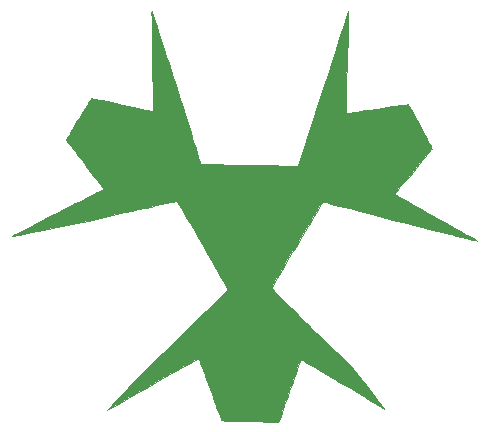
<source format=gbr>
G04 #@! TF.GenerationSoftware,KiCad,Pcbnew,5.1.2*
G04 #@! TF.CreationDate,2019-07-09T10:36:40-05:00*
G04 #@! TF.ProjectId,ZoraSapphire,5a6f7261-5361-4707-9068-6972652e6b69,rev?*
G04 #@! TF.SameCoordinates,Original*
G04 #@! TF.FileFunction,Copper,L1,Top*
G04 #@! TF.FilePolarity,Positive*
%FSLAX46Y46*%
G04 Gerber Fmt 4.6, Leading zero omitted, Abs format (unit mm)*
G04 Created by KiCad (PCBNEW 5.1.2) date 2019-07-09 10:36:40*
%MOMM*%
%LPD*%
G04 APERTURE LIST*
%ADD10C,0.010000*%
%ADD11C,0.600000*%
G04 APERTURE END LIST*
D10*
G36*
X143614430Y-79095901D02*
G01*
X143657924Y-79218820D01*
X143723561Y-79412006D01*
X143809659Y-79670227D01*
X143914535Y-79988252D01*
X144036503Y-80360848D01*
X144173882Y-80782782D01*
X144324986Y-81248824D01*
X144488133Y-81753740D01*
X144661639Y-82292300D01*
X144843820Y-82859269D01*
X145032993Y-83449418D01*
X145227474Y-84057512D01*
X145425579Y-84678321D01*
X145625624Y-85306612D01*
X145825927Y-85937153D01*
X146024804Y-86564711D01*
X146220570Y-87184056D01*
X146411543Y-87789954D01*
X146573552Y-88305495D01*
X146743384Y-88846527D01*
X146905982Y-89364079D01*
X147059564Y-89852507D01*
X147202350Y-90306165D01*
X147332559Y-90719410D01*
X147448409Y-91086598D01*
X147548120Y-91402083D01*
X147629911Y-91660222D01*
X147692000Y-91855371D01*
X147732606Y-91981885D01*
X147749949Y-92034119D01*
X147750439Y-92035202D01*
X147793392Y-92037155D01*
X147913815Y-92040443D01*
X148104527Y-92044932D01*
X148358345Y-92050489D01*
X148668085Y-92056980D01*
X149026565Y-92064272D01*
X149426603Y-92072232D01*
X149861014Y-92080725D01*
X150322617Y-92089619D01*
X150804229Y-92098779D01*
X151298667Y-92108072D01*
X151798748Y-92117365D01*
X152297289Y-92126524D01*
X152787108Y-92135415D01*
X153261021Y-92143905D01*
X153711847Y-92151860D01*
X154132401Y-92159147D01*
X154515502Y-92165633D01*
X154853967Y-92171183D01*
X155140612Y-92175664D01*
X155368255Y-92178943D01*
X155529713Y-92180886D01*
X155612572Y-92181382D01*
X156015644Y-92180333D01*
X158131405Y-85623003D01*
X158363854Y-84902931D01*
X158589333Y-84205146D01*
X158806468Y-83533864D01*
X159013886Y-82893303D01*
X159210214Y-82287680D01*
X159394080Y-81721213D01*
X159564111Y-81198117D01*
X159718933Y-80722612D01*
X159857174Y-80298914D01*
X159977461Y-79931241D01*
X160078421Y-79623809D01*
X160158681Y-79380836D01*
X160216869Y-79206540D01*
X160251610Y-79105138D01*
X160261648Y-79079346D01*
X160262321Y-79122643D01*
X160260367Y-79244917D01*
X160255947Y-79440526D01*
X160249224Y-79703826D01*
X160240359Y-80029174D01*
X160229516Y-80410928D01*
X160216856Y-80843444D01*
X160202542Y-81321078D01*
X160186735Y-81838189D01*
X160169597Y-82389132D01*
X160151292Y-82968265D01*
X160137705Y-83392538D01*
X160118784Y-83988550D01*
X160101147Y-84560596D01*
X160084939Y-85103011D01*
X160070307Y-85610129D01*
X160057396Y-86076283D01*
X160046353Y-86495807D01*
X160037324Y-86863036D01*
X160030454Y-87172302D01*
X160025889Y-87417940D01*
X160023776Y-87594284D01*
X160024260Y-87695667D01*
X160026240Y-87719018D01*
X160071759Y-87717692D01*
X160193768Y-87704639D01*
X160385052Y-87680850D01*
X160638396Y-87647317D01*
X160946583Y-87605033D01*
X161302399Y-87554988D01*
X161698628Y-87498177D01*
X162128055Y-87435589D01*
X162583464Y-87368217D01*
X162647851Y-87358614D01*
X163107611Y-87290144D01*
X163543370Y-87225576D01*
X163947774Y-87165978D01*
X164313471Y-87112419D01*
X164633107Y-87065966D01*
X164899328Y-87027688D01*
X165104782Y-86998652D01*
X165242114Y-86979927D01*
X165303972Y-86972580D01*
X165306000Y-86972515D01*
X165335806Y-87008871D01*
X165399931Y-87111708D01*
X165493722Y-87272339D01*
X165612528Y-87482081D01*
X165751697Y-87732248D01*
X165906577Y-88014156D01*
X166072516Y-88319118D01*
X166244864Y-88638451D01*
X166418967Y-88963469D01*
X166590175Y-89285487D01*
X166753835Y-89595820D01*
X166905297Y-89885784D01*
X167039907Y-90146693D01*
X167153016Y-90369862D01*
X167239970Y-90546606D01*
X167296118Y-90668241D01*
X167316808Y-90726081D01*
X167316833Y-90726846D01*
X167290151Y-90768389D01*
X167213318Y-90868479D01*
X167091152Y-91021265D01*
X166928473Y-91220898D01*
X166730099Y-91461529D01*
X166500850Y-91737309D01*
X166245545Y-92042389D01*
X165969003Y-92370919D01*
X165714271Y-92671989D01*
X165355657Y-93095803D01*
X165050011Y-93459197D01*
X164794629Y-93765540D01*
X164586810Y-94018200D01*
X164423848Y-94220548D01*
X164303041Y-94375952D01*
X164221685Y-94487780D01*
X164177078Y-94559404D01*
X164166514Y-94594190D01*
X164169105Y-94597677D01*
X164213632Y-94623128D01*
X164326855Y-94686934D01*
X164503544Y-94786167D01*
X164738474Y-94917901D01*
X165026416Y-95079211D01*
X165362144Y-95267169D01*
X165740432Y-95478851D01*
X166156050Y-95711328D01*
X166603773Y-95961676D01*
X167078374Y-96226968D01*
X167574624Y-96504278D01*
X167687707Y-96567458D01*
X168186308Y-96846262D01*
X168663083Y-97113334D01*
X169112944Y-97365796D01*
X169530803Y-97600770D01*
X169911572Y-97815381D01*
X170250162Y-98006751D01*
X170541485Y-98172003D01*
X170780454Y-98308261D01*
X170961979Y-98412646D01*
X171080973Y-98482283D01*
X171132347Y-98514295D01*
X171134037Y-98516073D01*
X171087424Y-98512165D01*
X170964374Y-98488218D01*
X170770367Y-98445608D01*
X170510879Y-98385710D01*
X170191389Y-98309899D01*
X169817374Y-98219550D01*
X169394313Y-98116040D01*
X168927684Y-98000743D01*
X168422963Y-97875035D01*
X167885630Y-97740291D01*
X167321162Y-97597887D01*
X166735037Y-97449197D01*
X166132732Y-97295598D01*
X165519727Y-97138464D01*
X164901498Y-96979171D01*
X164283523Y-96819094D01*
X163671281Y-96659609D01*
X163070249Y-96502091D01*
X162485906Y-96347916D01*
X162261771Y-96288473D01*
X161556279Y-96101337D01*
X160928638Y-95935433D01*
X160374996Y-95789797D01*
X159891500Y-95663465D01*
X159474298Y-95555473D01*
X159119535Y-95464856D01*
X158823358Y-95390649D01*
X158581916Y-95331889D01*
X158391354Y-95287611D01*
X158247819Y-95256850D01*
X158147459Y-95238643D01*
X158086421Y-95232024D01*
X158060851Y-95236030D01*
X158060171Y-95236857D01*
X158011773Y-95314646D01*
X157925921Y-95455882D01*
X157806160Y-95654594D01*
X157656033Y-95904810D01*
X157479084Y-96200559D01*
X157278855Y-96535869D01*
X157058890Y-96904769D01*
X156822734Y-97301288D01*
X156573928Y-97719453D01*
X156316017Y-98153294D01*
X156052544Y-98596839D01*
X155787053Y-99044116D01*
X155523086Y-99489155D01*
X155264188Y-99925983D01*
X155013901Y-100348629D01*
X154775770Y-100751123D01*
X154553337Y-101127491D01*
X154350146Y-101471764D01*
X154169741Y-101777969D01*
X154015665Y-102040134D01*
X153891461Y-102252290D01*
X153800673Y-102408463D01*
X153746844Y-102502683D01*
X153732771Y-102529460D01*
X153761830Y-102565206D01*
X153847760Y-102656075D01*
X153986678Y-102798218D01*
X154174702Y-102987787D01*
X154407951Y-103220935D01*
X154682540Y-103493812D01*
X154994589Y-103802572D01*
X155340214Y-104143365D01*
X155715534Y-104512345D01*
X156116666Y-104905662D01*
X156539727Y-105319469D01*
X156980836Y-105749919D01*
X157047849Y-105815226D01*
X160367865Y-109050167D01*
X161806099Y-110849333D01*
X162078137Y-111189704D01*
X162335055Y-111511280D01*
X162571843Y-111807783D01*
X162783494Y-112072935D01*
X162964997Y-112300457D01*
X163111344Y-112484072D01*
X163217525Y-112617502D01*
X163278533Y-112694469D01*
X163290916Y-112710325D01*
X163300672Y-112723015D01*
X163307315Y-112733074D01*
X163306787Y-112738130D01*
X163295029Y-112735815D01*
X163267982Y-112723760D01*
X163221585Y-112699593D01*
X163151782Y-112660947D01*
X163054511Y-112605450D01*
X162925714Y-112530734D01*
X162761332Y-112434429D01*
X162557306Y-112314165D01*
X162309576Y-112167573D01*
X162014083Y-111992283D01*
X161666769Y-111785925D01*
X161263574Y-111546129D01*
X160800438Y-111270527D01*
X160273303Y-110956748D01*
X159678110Y-110602423D01*
X159577143Y-110542317D01*
X159091012Y-110253245D01*
X158625754Y-109977216D01*
X158186486Y-109717231D01*
X157778324Y-109476289D01*
X157406386Y-109257389D01*
X157075787Y-109063531D01*
X156791644Y-108897714D01*
X156559074Y-108762938D01*
X156383193Y-108662202D01*
X156269119Y-108598505D01*
X156221966Y-108574848D01*
X156221028Y-108574860D01*
X156204807Y-108615966D01*
X156163159Y-108728811D01*
X156098959Y-108905339D01*
X156015082Y-109137491D01*
X155914401Y-109417211D01*
X155799792Y-109736441D01*
X155674128Y-110087124D01*
X155540284Y-110461203D01*
X155401134Y-110850620D01*
X155259552Y-111247319D01*
X155118413Y-111643241D01*
X154980591Y-112030329D01*
X154848961Y-112400527D01*
X154726396Y-112745777D01*
X154615772Y-113058021D01*
X154519962Y-113329203D01*
X154441840Y-113551264D01*
X154384282Y-113716148D01*
X154350161Y-113815798D01*
X154341667Y-113843063D01*
X154329948Y-113846395D01*
X154291191Y-113848708D01*
X154219991Y-113849931D01*
X154110947Y-113849989D01*
X153958654Y-113848811D01*
X153757709Y-113846323D01*
X153502709Y-113842453D01*
X153188252Y-113837129D01*
X152808933Y-113830277D01*
X152359349Y-113821825D01*
X151834099Y-113811700D01*
X151442122Y-113804042D01*
X151048516Y-113795687D01*
X150681173Y-113786668D01*
X150348703Y-113777286D01*
X150059716Y-113767839D01*
X149822824Y-113758627D01*
X149646636Y-113749951D01*
X149539762Y-113742109D01*
X149510048Y-113736755D01*
X149491185Y-113692801D01*
X149445918Y-113575980D01*
X149376736Y-113393005D01*
X149286130Y-113150595D01*
X149176589Y-112855463D01*
X149050604Y-112514325D01*
X148910664Y-112133898D01*
X148759261Y-111720897D01*
X148598883Y-111282037D01*
X148541431Y-111124500D01*
X148378425Y-110677676D01*
X148223563Y-110253920D01*
X148079338Y-109860004D01*
X147948242Y-109502702D01*
X147832768Y-109188787D01*
X147735409Y-108925031D01*
X147658657Y-108718208D01*
X147605006Y-108575091D01*
X147576948Y-108502453D01*
X147573672Y-108494998D01*
X147532978Y-108508075D01*
X147421541Y-108562618D01*
X147241687Y-108657329D01*
X146995745Y-108790907D01*
X146686043Y-108962052D01*
X146314907Y-109169463D01*
X145884665Y-109411840D01*
X145397646Y-109687884D01*
X144856176Y-109996293D01*
X144262583Y-110335768D01*
X143681699Y-110669086D01*
X143155565Y-110971212D01*
X142650297Y-111260941D01*
X142170702Y-111535539D01*
X141721586Y-111792273D01*
X141307756Y-112028409D01*
X140934019Y-112241212D01*
X140605183Y-112427950D01*
X140326053Y-112585888D01*
X140101437Y-112712292D01*
X139936142Y-112804429D01*
X139834973Y-112859564D01*
X139802664Y-112875255D01*
X139828855Y-112842976D01*
X139908983Y-112754853D01*
X140038216Y-112615988D01*
X140211719Y-112431484D01*
X140424660Y-112206443D01*
X140672207Y-111945968D01*
X140949526Y-111655163D01*
X141251785Y-111339129D01*
X141574151Y-111002969D01*
X141699631Y-110872351D01*
X142135685Y-110420919D01*
X142578344Y-109967342D01*
X143034080Y-109505204D01*
X143509365Y-109028084D01*
X144010670Y-108529566D01*
X144544466Y-108003230D01*
X145117226Y-107442658D01*
X145735420Y-106841432D01*
X146405520Y-106193133D01*
X146837064Y-105777081D01*
X147352294Y-105280786D01*
X147809763Y-104839744D01*
X148212809Y-104450598D01*
X148564771Y-104109988D01*
X148868986Y-103814557D01*
X149128793Y-103560947D01*
X149347530Y-103345798D01*
X149528536Y-103165754D01*
X149675147Y-103017454D01*
X149790704Y-102897542D01*
X149878542Y-102802659D01*
X149942002Y-102729446D01*
X149984421Y-102674545D01*
X150009137Y-102634598D01*
X150019489Y-102606246D01*
X150018814Y-102586132D01*
X150015903Y-102579063D01*
X149978774Y-102512150D01*
X149904075Y-102380206D01*
X149795261Y-102189232D01*
X149655789Y-101945232D01*
X149489116Y-101654207D01*
X149298699Y-101322159D01*
X149087993Y-100955092D01*
X148860456Y-100559006D01*
X148619543Y-100139906D01*
X148368712Y-99703793D01*
X148111418Y-99256669D01*
X147851119Y-98804537D01*
X147591271Y-98353398D01*
X147335329Y-97909257D01*
X147086752Y-97478114D01*
X146848995Y-97065972D01*
X146625514Y-96678833D01*
X146419767Y-96322700D01*
X146235209Y-96003575D01*
X146075298Y-95727461D01*
X145943490Y-95500360D01*
X145843241Y-95328273D01*
X145778007Y-95217204D01*
X145751246Y-95173155D01*
X145750914Y-95172747D01*
X145705912Y-95177272D01*
X145583809Y-95199558D01*
X145390023Y-95238424D01*
X145129971Y-95292691D01*
X144809073Y-95361178D01*
X144432747Y-95442704D01*
X144006412Y-95536090D01*
X143535486Y-95640153D01*
X143025388Y-95753715D01*
X142481537Y-95875593D01*
X141909350Y-96004609D01*
X141340547Y-96133600D01*
X140257831Y-96378388D01*
X139215707Y-96611147D01*
X138220375Y-96830536D01*
X137278034Y-97035217D01*
X136394883Y-97223851D01*
X135577122Y-97395098D01*
X134830950Y-97547619D01*
X134365189Y-97640430D01*
X133908682Y-97730076D01*
X133477346Y-97814350D01*
X133078252Y-97891899D01*
X132718468Y-97961370D01*
X132405066Y-98021411D01*
X132145116Y-98070666D01*
X131945689Y-98107784D01*
X131813853Y-98131410D01*
X131756681Y-98140192D01*
X131754849Y-98140078D01*
X131790130Y-98119670D01*
X131895940Y-98063483D01*
X132067312Y-97974064D01*
X132299282Y-97853964D01*
X132586883Y-97705732D01*
X132925150Y-97531916D01*
X133309117Y-97335066D01*
X133733820Y-97117730D01*
X134194291Y-96882459D01*
X134685566Y-96631800D01*
X135202679Y-96368304D01*
X135621472Y-96155147D01*
X136155985Y-95882922D01*
X136668934Y-95621093D01*
X137155308Y-95372248D01*
X137610099Y-95138976D01*
X138028298Y-94923867D01*
X138404897Y-94729508D01*
X138734885Y-94558490D01*
X139013255Y-94413400D01*
X139234997Y-94296828D01*
X139395103Y-94211363D01*
X139488563Y-94159593D01*
X139511963Y-94144314D01*
X139488950Y-94104963D01*
X139418418Y-94004637D01*
X139304795Y-93849220D01*
X139152507Y-93644596D01*
X138965981Y-93396648D01*
X138749645Y-93111260D01*
X138507926Y-92794316D01*
X138245250Y-92451699D01*
X137966044Y-92089295D01*
X137954618Y-92074500D01*
X137674005Y-91710853D01*
X137408816Y-91366523D01*
X137163585Y-91047441D01*
X136942848Y-90759541D01*
X136751138Y-90508753D01*
X136592990Y-90301010D01*
X136472939Y-90142244D01*
X136395518Y-90038388D01*
X136365263Y-89995373D01*
X136365134Y-89995091D01*
X136382307Y-89950243D01*
X136439080Y-89842155D01*
X136530242Y-89679424D01*
X136650584Y-89470644D01*
X136794894Y-89224413D01*
X136957963Y-88949327D01*
X137134580Y-88653981D01*
X137319534Y-88346973D01*
X137507615Y-88036899D01*
X137693614Y-87732354D01*
X137872318Y-87441935D01*
X138038519Y-87174238D01*
X138187005Y-86937859D01*
X138312567Y-86741396D01*
X138409993Y-86593443D01*
X138474074Y-86502597D01*
X138497602Y-86476893D01*
X138547730Y-86481935D01*
X138673304Y-86503743D01*
X138867093Y-86540832D01*
X139121867Y-86591722D01*
X139430395Y-86654927D01*
X139785446Y-86728964D01*
X140179790Y-86812352D01*
X140606195Y-86903605D01*
X141057432Y-87001242D01*
X141116973Y-87014202D01*
X141569792Y-87112389D01*
X141997847Y-87204331D01*
X142394023Y-87288560D01*
X142751206Y-87363603D01*
X143062281Y-87427990D01*
X143320134Y-87480251D01*
X143517650Y-87518915D01*
X143647714Y-87542510D01*
X143703212Y-87549566D01*
X143704631Y-87549147D01*
X143707135Y-87504428D01*
X143708013Y-87380754D01*
X143707339Y-87183819D01*
X143705188Y-86919318D01*
X143701637Y-86592945D01*
X143696760Y-86210395D01*
X143690633Y-85777361D01*
X143683332Y-85299539D01*
X143674930Y-84782622D01*
X143665505Y-84232305D01*
X143655132Y-83654283D01*
X143648024Y-83272180D01*
X143637130Y-82680733D01*
X143627195Y-82114257D01*
X143618291Y-81578353D01*
X143610487Y-81078621D01*
X143603856Y-80620661D01*
X143598467Y-80210072D01*
X143594390Y-79852456D01*
X143591698Y-79553411D01*
X143590459Y-79318538D01*
X143590746Y-79153438D01*
X143592627Y-79063709D01*
X143594765Y-79048483D01*
X143614430Y-79095901D01*
X143614430Y-79095901D01*
G37*
X143614430Y-79095901D02*
X143657924Y-79218820D01*
X143723561Y-79412006D01*
X143809659Y-79670227D01*
X143914535Y-79988252D01*
X144036503Y-80360848D01*
X144173882Y-80782782D01*
X144324986Y-81248824D01*
X144488133Y-81753740D01*
X144661639Y-82292300D01*
X144843820Y-82859269D01*
X145032993Y-83449418D01*
X145227474Y-84057512D01*
X145425579Y-84678321D01*
X145625624Y-85306612D01*
X145825927Y-85937153D01*
X146024804Y-86564711D01*
X146220570Y-87184056D01*
X146411543Y-87789954D01*
X146573552Y-88305495D01*
X146743384Y-88846527D01*
X146905982Y-89364079D01*
X147059564Y-89852507D01*
X147202350Y-90306165D01*
X147332559Y-90719410D01*
X147448409Y-91086598D01*
X147548120Y-91402083D01*
X147629911Y-91660222D01*
X147692000Y-91855371D01*
X147732606Y-91981885D01*
X147749949Y-92034119D01*
X147750439Y-92035202D01*
X147793392Y-92037155D01*
X147913815Y-92040443D01*
X148104527Y-92044932D01*
X148358345Y-92050489D01*
X148668085Y-92056980D01*
X149026565Y-92064272D01*
X149426603Y-92072232D01*
X149861014Y-92080725D01*
X150322617Y-92089619D01*
X150804229Y-92098779D01*
X151298667Y-92108072D01*
X151798748Y-92117365D01*
X152297289Y-92126524D01*
X152787108Y-92135415D01*
X153261021Y-92143905D01*
X153711847Y-92151860D01*
X154132401Y-92159147D01*
X154515502Y-92165633D01*
X154853967Y-92171183D01*
X155140612Y-92175664D01*
X155368255Y-92178943D01*
X155529713Y-92180886D01*
X155612572Y-92181382D01*
X156015644Y-92180333D01*
X158131405Y-85623003D01*
X158363854Y-84902931D01*
X158589333Y-84205146D01*
X158806468Y-83533864D01*
X159013886Y-82893303D01*
X159210214Y-82287680D01*
X159394080Y-81721213D01*
X159564111Y-81198117D01*
X159718933Y-80722612D01*
X159857174Y-80298914D01*
X159977461Y-79931241D01*
X160078421Y-79623809D01*
X160158681Y-79380836D01*
X160216869Y-79206540D01*
X160251610Y-79105138D01*
X160261648Y-79079346D01*
X160262321Y-79122643D01*
X160260367Y-79244917D01*
X160255947Y-79440526D01*
X160249224Y-79703826D01*
X160240359Y-80029174D01*
X160229516Y-80410928D01*
X160216856Y-80843444D01*
X160202542Y-81321078D01*
X160186735Y-81838189D01*
X160169597Y-82389132D01*
X160151292Y-82968265D01*
X160137705Y-83392538D01*
X160118784Y-83988550D01*
X160101147Y-84560596D01*
X160084939Y-85103011D01*
X160070307Y-85610129D01*
X160057396Y-86076283D01*
X160046353Y-86495807D01*
X160037324Y-86863036D01*
X160030454Y-87172302D01*
X160025889Y-87417940D01*
X160023776Y-87594284D01*
X160024260Y-87695667D01*
X160026240Y-87719018D01*
X160071759Y-87717692D01*
X160193768Y-87704639D01*
X160385052Y-87680850D01*
X160638396Y-87647317D01*
X160946583Y-87605033D01*
X161302399Y-87554988D01*
X161698628Y-87498177D01*
X162128055Y-87435589D01*
X162583464Y-87368217D01*
X162647851Y-87358614D01*
X163107611Y-87290144D01*
X163543370Y-87225576D01*
X163947774Y-87165978D01*
X164313471Y-87112419D01*
X164633107Y-87065966D01*
X164899328Y-87027688D01*
X165104782Y-86998652D01*
X165242114Y-86979927D01*
X165303972Y-86972580D01*
X165306000Y-86972515D01*
X165335806Y-87008871D01*
X165399931Y-87111708D01*
X165493722Y-87272339D01*
X165612528Y-87482081D01*
X165751697Y-87732248D01*
X165906577Y-88014156D01*
X166072516Y-88319118D01*
X166244864Y-88638451D01*
X166418967Y-88963469D01*
X166590175Y-89285487D01*
X166753835Y-89595820D01*
X166905297Y-89885784D01*
X167039907Y-90146693D01*
X167153016Y-90369862D01*
X167239970Y-90546606D01*
X167296118Y-90668241D01*
X167316808Y-90726081D01*
X167316833Y-90726846D01*
X167290151Y-90768389D01*
X167213318Y-90868479D01*
X167091152Y-91021265D01*
X166928473Y-91220898D01*
X166730099Y-91461529D01*
X166500850Y-91737309D01*
X166245545Y-92042389D01*
X165969003Y-92370919D01*
X165714271Y-92671989D01*
X165355657Y-93095803D01*
X165050011Y-93459197D01*
X164794629Y-93765540D01*
X164586810Y-94018200D01*
X164423848Y-94220548D01*
X164303041Y-94375952D01*
X164221685Y-94487780D01*
X164177078Y-94559404D01*
X164166514Y-94594190D01*
X164169105Y-94597677D01*
X164213632Y-94623128D01*
X164326855Y-94686934D01*
X164503544Y-94786167D01*
X164738474Y-94917901D01*
X165026416Y-95079211D01*
X165362144Y-95267169D01*
X165740432Y-95478851D01*
X166156050Y-95711328D01*
X166603773Y-95961676D01*
X167078374Y-96226968D01*
X167574624Y-96504278D01*
X167687707Y-96567458D01*
X168186308Y-96846262D01*
X168663083Y-97113334D01*
X169112944Y-97365796D01*
X169530803Y-97600770D01*
X169911572Y-97815381D01*
X170250162Y-98006751D01*
X170541485Y-98172003D01*
X170780454Y-98308261D01*
X170961979Y-98412646D01*
X171080973Y-98482283D01*
X171132347Y-98514295D01*
X171134037Y-98516073D01*
X171087424Y-98512165D01*
X170964374Y-98488218D01*
X170770367Y-98445608D01*
X170510879Y-98385710D01*
X170191389Y-98309899D01*
X169817374Y-98219550D01*
X169394313Y-98116040D01*
X168927684Y-98000743D01*
X168422963Y-97875035D01*
X167885630Y-97740291D01*
X167321162Y-97597887D01*
X166735037Y-97449197D01*
X166132732Y-97295598D01*
X165519727Y-97138464D01*
X164901498Y-96979171D01*
X164283523Y-96819094D01*
X163671281Y-96659609D01*
X163070249Y-96502091D01*
X162485906Y-96347916D01*
X162261771Y-96288473D01*
X161556279Y-96101337D01*
X160928638Y-95935433D01*
X160374996Y-95789797D01*
X159891500Y-95663465D01*
X159474298Y-95555473D01*
X159119535Y-95464856D01*
X158823358Y-95390649D01*
X158581916Y-95331889D01*
X158391354Y-95287611D01*
X158247819Y-95256850D01*
X158147459Y-95238643D01*
X158086421Y-95232024D01*
X158060851Y-95236030D01*
X158060171Y-95236857D01*
X158011773Y-95314646D01*
X157925921Y-95455882D01*
X157806160Y-95654594D01*
X157656033Y-95904810D01*
X157479084Y-96200559D01*
X157278855Y-96535869D01*
X157058890Y-96904769D01*
X156822734Y-97301288D01*
X156573928Y-97719453D01*
X156316017Y-98153294D01*
X156052544Y-98596839D01*
X155787053Y-99044116D01*
X155523086Y-99489155D01*
X155264188Y-99925983D01*
X155013901Y-100348629D01*
X154775770Y-100751123D01*
X154553337Y-101127491D01*
X154350146Y-101471764D01*
X154169741Y-101777969D01*
X154015665Y-102040134D01*
X153891461Y-102252290D01*
X153800673Y-102408463D01*
X153746844Y-102502683D01*
X153732771Y-102529460D01*
X153761830Y-102565206D01*
X153847760Y-102656075D01*
X153986678Y-102798218D01*
X154174702Y-102987787D01*
X154407951Y-103220935D01*
X154682540Y-103493812D01*
X154994589Y-103802572D01*
X155340214Y-104143365D01*
X155715534Y-104512345D01*
X156116666Y-104905662D01*
X156539727Y-105319469D01*
X156980836Y-105749919D01*
X157047849Y-105815226D01*
X160367865Y-109050167D01*
X161806099Y-110849333D01*
X162078137Y-111189704D01*
X162335055Y-111511280D01*
X162571843Y-111807783D01*
X162783494Y-112072935D01*
X162964997Y-112300457D01*
X163111344Y-112484072D01*
X163217525Y-112617502D01*
X163278533Y-112694469D01*
X163290916Y-112710325D01*
X163300672Y-112723015D01*
X163307315Y-112733074D01*
X163306787Y-112738130D01*
X163295029Y-112735815D01*
X163267982Y-112723760D01*
X163221585Y-112699593D01*
X163151782Y-112660947D01*
X163054511Y-112605450D01*
X162925714Y-112530734D01*
X162761332Y-112434429D01*
X162557306Y-112314165D01*
X162309576Y-112167573D01*
X162014083Y-111992283D01*
X161666769Y-111785925D01*
X161263574Y-111546129D01*
X160800438Y-111270527D01*
X160273303Y-110956748D01*
X159678110Y-110602423D01*
X159577143Y-110542317D01*
X159091012Y-110253245D01*
X158625754Y-109977216D01*
X158186486Y-109717231D01*
X157778324Y-109476289D01*
X157406386Y-109257389D01*
X157075787Y-109063531D01*
X156791644Y-108897714D01*
X156559074Y-108762938D01*
X156383193Y-108662202D01*
X156269119Y-108598505D01*
X156221966Y-108574848D01*
X156221028Y-108574860D01*
X156204807Y-108615966D01*
X156163159Y-108728811D01*
X156098959Y-108905339D01*
X156015082Y-109137491D01*
X155914401Y-109417211D01*
X155799792Y-109736441D01*
X155674128Y-110087124D01*
X155540284Y-110461203D01*
X155401134Y-110850620D01*
X155259552Y-111247319D01*
X155118413Y-111643241D01*
X154980591Y-112030329D01*
X154848961Y-112400527D01*
X154726396Y-112745777D01*
X154615772Y-113058021D01*
X154519962Y-113329203D01*
X154441840Y-113551264D01*
X154384282Y-113716148D01*
X154350161Y-113815798D01*
X154341667Y-113843063D01*
X154329948Y-113846395D01*
X154291191Y-113848708D01*
X154219991Y-113849931D01*
X154110947Y-113849989D01*
X153958654Y-113848811D01*
X153757709Y-113846323D01*
X153502709Y-113842453D01*
X153188252Y-113837129D01*
X152808933Y-113830277D01*
X152359349Y-113821825D01*
X151834099Y-113811700D01*
X151442122Y-113804042D01*
X151048516Y-113795687D01*
X150681173Y-113786668D01*
X150348703Y-113777286D01*
X150059716Y-113767839D01*
X149822824Y-113758627D01*
X149646636Y-113749951D01*
X149539762Y-113742109D01*
X149510048Y-113736755D01*
X149491185Y-113692801D01*
X149445918Y-113575980D01*
X149376736Y-113393005D01*
X149286130Y-113150595D01*
X149176589Y-112855463D01*
X149050604Y-112514325D01*
X148910664Y-112133898D01*
X148759261Y-111720897D01*
X148598883Y-111282037D01*
X148541431Y-111124500D01*
X148378425Y-110677676D01*
X148223563Y-110253920D01*
X148079338Y-109860004D01*
X147948242Y-109502702D01*
X147832768Y-109188787D01*
X147735409Y-108925031D01*
X147658657Y-108718208D01*
X147605006Y-108575091D01*
X147576948Y-108502453D01*
X147573672Y-108494998D01*
X147532978Y-108508075D01*
X147421541Y-108562618D01*
X147241687Y-108657329D01*
X146995745Y-108790907D01*
X146686043Y-108962052D01*
X146314907Y-109169463D01*
X145884665Y-109411840D01*
X145397646Y-109687884D01*
X144856176Y-109996293D01*
X144262583Y-110335768D01*
X143681699Y-110669086D01*
X143155565Y-110971212D01*
X142650297Y-111260941D01*
X142170702Y-111535539D01*
X141721586Y-111792273D01*
X141307756Y-112028409D01*
X140934019Y-112241212D01*
X140605183Y-112427950D01*
X140326053Y-112585888D01*
X140101437Y-112712292D01*
X139936142Y-112804429D01*
X139834973Y-112859564D01*
X139802664Y-112875255D01*
X139828855Y-112842976D01*
X139908983Y-112754853D01*
X140038216Y-112615988D01*
X140211719Y-112431484D01*
X140424660Y-112206443D01*
X140672207Y-111945968D01*
X140949526Y-111655163D01*
X141251785Y-111339129D01*
X141574151Y-111002969D01*
X141699631Y-110872351D01*
X142135685Y-110420919D01*
X142578344Y-109967342D01*
X143034080Y-109505204D01*
X143509365Y-109028084D01*
X144010670Y-108529566D01*
X144544466Y-108003230D01*
X145117226Y-107442658D01*
X145735420Y-106841432D01*
X146405520Y-106193133D01*
X146837064Y-105777081D01*
X147352294Y-105280786D01*
X147809763Y-104839744D01*
X148212809Y-104450598D01*
X148564771Y-104109988D01*
X148868986Y-103814557D01*
X149128793Y-103560947D01*
X149347530Y-103345798D01*
X149528536Y-103165754D01*
X149675147Y-103017454D01*
X149790704Y-102897542D01*
X149878542Y-102802659D01*
X149942002Y-102729446D01*
X149984421Y-102674545D01*
X150009137Y-102634598D01*
X150019489Y-102606246D01*
X150018814Y-102586132D01*
X150015903Y-102579063D01*
X149978774Y-102512150D01*
X149904075Y-102380206D01*
X149795261Y-102189232D01*
X149655789Y-101945232D01*
X149489116Y-101654207D01*
X149298699Y-101322159D01*
X149087993Y-100955092D01*
X148860456Y-100559006D01*
X148619543Y-100139906D01*
X148368712Y-99703793D01*
X148111418Y-99256669D01*
X147851119Y-98804537D01*
X147591271Y-98353398D01*
X147335329Y-97909257D01*
X147086752Y-97478114D01*
X146848995Y-97065972D01*
X146625514Y-96678833D01*
X146419767Y-96322700D01*
X146235209Y-96003575D01*
X146075298Y-95727461D01*
X145943490Y-95500360D01*
X145843241Y-95328273D01*
X145778007Y-95217204D01*
X145751246Y-95173155D01*
X145750914Y-95172747D01*
X145705912Y-95177272D01*
X145583809Y-95199558D01*
X145390023Y-95238424D01*
X145129971Y-95292691D01*
X144809073Y-95361178D01*
X144432747Y-95442704D01*
X144006412Y-95536090D01*
X143535486Y-95640153D01*
X143025388Y-95753715D01*
X142481537Y-95875593D01*
X141909350Y-96004609D01*
X141340547Y-96133600D01*
X140257831Y-96378388D01*
X139215707Y-96611147D01*
X138220375Y-96830536D01*
X137278034Y-97035217D01*
X136394883Y-97223851D01*
X135577122Y-97395098D01*
X134830950Y-97547619D01*
X134365189Y-97640430D01*
X133908682Y-97730076D01*
X133477346Y-97814350D01*
X133078252Y-97891899D01*
X132718468Y-97961370D01*
X132405066Y-98021411D01*
X132145116Y-98070666D01*
X131945689Y-98107784D01*
X131813853Y-98131410D01*
X131756681Y-98140192D01*
X131754849Y-98140078D01*
X131790130Y-98119670D01*
X131895940Y-98063483D01*
X132067312Y-97974064D01*
X132299282Y-97853964D01*
X132586883Y-97705732D01*
X132925150Y-97531916D01*
X133309117Y-97335066D01*
X133733820Y-97117730D01*
X134194291Y-96882459D01*
X134685566Y-96631800D01*
X135202679Y-96368304D01*
X135621472Y-96155147D01*
X136155985Y-95882922D01*
X136668934Y-95621093D01*
X137155308Y-95372248D01*
X137610099Y-95138976D01*
X138028298Y-94923867D01*
X138404897Y-94729508D01*
X138734885Y-94558490D01*
X139013255Y-94413400D01*
X139234997Y-94296828D01*
X139395103Y-94211363D01*
X139488563Y-94159593D01*
X139511963Y-94144314D01*
X139488950Y-94104963D01*
X139418418Y-94004637D01*
X139304795Y-93849220D01*
X139152507Y-93644596D01*
X138965981Y-93396648D01*
X138749645Y-93111260D01*
X138507926Y-92794316D01*
X138245250Y-92451699D01*
X137966044Y-92089295D01*
X137954618Y-92074500D01*
X137674005Y-91710853D01*
X137408816Y-91366523D01*
X137163585Y-91047441D01*
X136942848Y-90759541D01*
X136751138Y-90508753D01*
X136592990Y-90301010D01*
X136472939Y-90142244D01*
X136395518Y-90038388D01*
X136365263Y-89995373D01*
X136365134Y-89995091D01*
X136382307Y-89950243D01*
X136439080Y-89842155D01*
X136530242Y-89679424D01*
X136650584Y-89470644D01*
X136794894Y-89224413D01*
X136957963Y-88949327D01*
X137134580Y-88653981D01*
X137319534Y-88346973D01*
X137507615Y-88036899D01*
X137693614Y-87732354D01*
X137872318Y-87441935D01*
X138038519Y-87174238D01*
X138187005Y-86937859D01*
X138312567Y-86741396D01*
X138409993Y-86593443D01*
X138474074Y-86502597D01*
X138497602Y-86476893D01*
X138547730Y-86481935D01*
X138673304Y-86503743D01*
X138867093Y-86540832D01*
X139121867Y-86591722D01*
X139430395Y-86654927D01*
X139785446Y-86728964D01*
X140179790Y-86812352D01*
X140606195Y-86903605D01*
X141057432Y-87001242D01*
X141116973Y-87014202D01*
X141569792Y-87112389D01*
X141997847Y-87204331D01*
X142394023Y-87288560D01*
X142751206Y-87363603D01*
X143062281Y-87427990D01*
X143320134Y-87480251D01*
X143517650Y-87518915D01*
X143647714Y-87542510D01*
X143703212Y-87549566D01*
X143704631Y-87549147D01*
X143707135Y-87504428D01*
X143708013Y-87380754D01*
X143707339Y-87183819D01*
X143705188Y-86919318D01*
X143701637Y-86592945D01*
X143696760Y-86210395D01*
X143690633Y-85777361D01*
X143683332Y-85299539D01*
X143674930Y-84782622D01*
X143665505Y-84232305D01*
X143655132Y-83654283D01*
X143648024Y-83272180D01*
X143637130Y-82680733D01*
X143627195Y-82114257D01*
X143618291Y-81578353D01*
X143610487Y-81078621D01*
X143603856Y-80620661D01*
X143598467Y-80210072D01*
X143594390Y-79852456D01*
X143591698Y-79553411D01*
X143590459Y-79318538D01*
X143590746Y-79153438D01*
X143592627Y-79063709D01*
X143594765Y-79048483D01*
X143614430Y-79095901D01*
D11*
X160340000Y-92590000D03*
X142790000Y-92590000D03*
X152460000Y-102730000D03*
M02*

</source>
